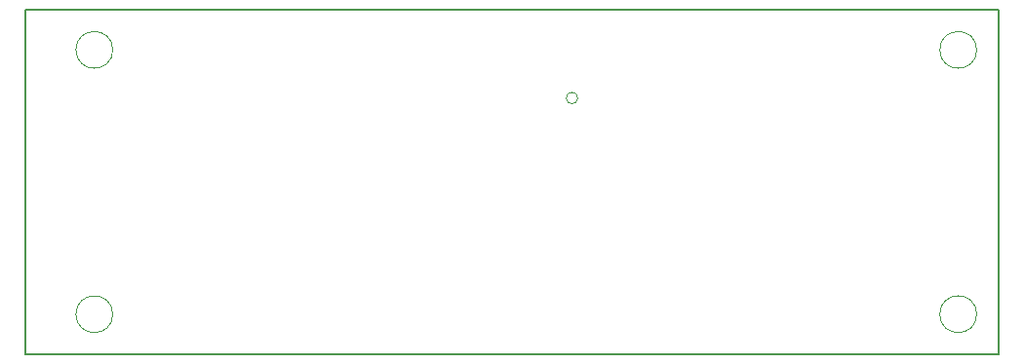
<source format=gm1>
G04 #@! TF.GenerationSoftware,KiCad,Pcbnew,(5.1.6-0-10_14)*
G04 #@! TF.CreationDate,2020-10-30T11:13:34+09:00*
G04 #@! TF.ProjectId,NinjaLAMP,4e696e6a-614c-4414-9d50-2e6b69636164,rev?*
G04 #@! TF.SameCoordinates,Original*
G04 #@! TF.FileFunction,Profile,NP*
%FSLAX46Y46*%
G04 Gerber Fmt 4.6, Leading zero omitted, Abs format (unit mm)*
G04 Created by KiCad (PCBNEW (5.1.6-0-10_14)) date 2020-10-30 11:13:34*
%MOMM*%
%LPD*%
G01*
G04 APERTURE LIST*
G04 #@! TA.AperFunction,Profile*
%ADD10C,0.050000*%
G04 #@! TD*
G04 #@! TA.AperFunction,Profile*
%ADD11C,0.150000*%
G04 #@! TD*
G04 APERTURE END LIST*
D10*
X157988803Y-95232180D02*
G75*
G03*
X157988803Y-95232180I-500000J0D01*
G01*
X117620000Y-91040000D02*
G75*
G03*
X117620000Y-91040000I-1600000J0D01*
G01*
X117620000Y-114040000D02*
G75*
G03*
X117620000Y-114040000I-1600000J0D01*
G01*
D11*
X110020000Y-117540000D02*
X194520000Y-117540000D01*
D10*
X192620000Y-114040000D02*
G75*
G03*
X192620000Y-114040000I-1600000J0D01*
G01*
X192620000Y-91040000D02*
G75*
G03*
X192620000Y-91040000I-1600000J0D01*
G01*
D11*
X194520000Y-117540000D02*
X194520000Y-87540000D01*
X110020000Y-87540000D02*
X110020000Y-117540000D01*
X110020000Y-87540000D02*
X194520000Y-87540000D01*
M02*

</source>
